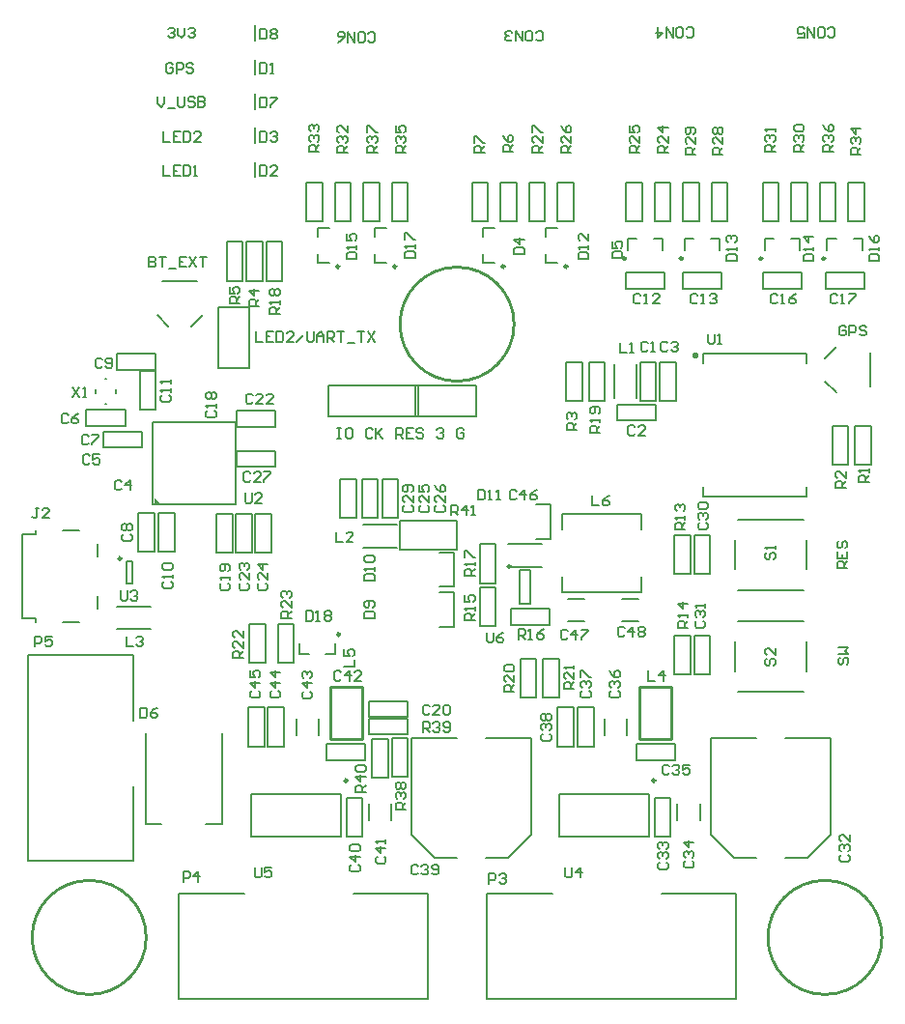
<source format=gto>
G04 Layer_Color=65535*
%FSLAX25Y25*%
%MOIN*%
G70*
G01*
G75*
%ADD47C,0.01000*%
%ADD49C,0.00600*%
%ADD53C,0.00700*%
%ADD76C,0.00984*%
%ADD77C,0.00787*%
%ADD78C,0.00591*%
G36*
X45098Y170370D02*
X43130D01*
X43130Y172339D01*
X45098Y170370D01*
D02*
G37*
D47*
X294291Y20669D02*
G03*
X294291Y20669I-19685J0D01*
G01*
X167323Y232283D02*
G03*
X167323Y232283I-19685J0D01*
G01*
X40354Y20669D02*
G03*
X40354Y20669I-19685J0D01*
G01*
X213150Y88976D02*
X221654D01*
Y107087D01*
X210630D02*
X221654D01*
X210630Y88976D02*
Y107087D01*
Y88976D02*
X213150D01*
X106260D02*
X114764D01*
Y107087D01*
X103740D02*
X114764D01*
X103740Y88976D02*
Y107087D01*
Y88976D02*
X106260D01*
X230315Y221063D02*
Y222229D01*
X229149D01*
Y221063D01*
X230315D01*
D49*
X22913Y209685D02*
X22913Y208425D01*
X26142Y204803D02*
X26614Y204803D01*
X29842Y208425D02*
X29842Y209685D01*
X26142Y213307D02*
X26614Y213307D01*
D53*
X78347Y229778D02*
Y226279D01*
X80679D01*
X84178Y229778D02*
X81845D01*
Y226279D01*
X84178D01*
X81845Y228029D02*
X83012D01*
X85344Y229778D02*
Y226279D01*
X87094D01*
X87677Y226863D01*
Y229195D01*
X87094Y229778D01*
X85344D01*
X91176Y226279D02*
X88843D01*
X91176Y228612D01*
Y229195D01*
X90592Y229778D01*
X89426D01*
X88843Y229195D01*
X92342Y226279D02*
X94674Y228612D01*
X95841Y229778D02*
Y226863D01*
X96424Y226279D01*
X97590D01*
X98173Y226863D01*
Y229778D01*
X99340Y226279D02*
Y228612D01*
X100506Y229778D01*
X101672Y228612D01*
Y226279D01*
Y228029D01*
X99340D01*
X102839Y226279D02*
Y229778D01*
X104588D01*
X105171Y229195D01*
Y228029D01*
X104588Y227446D01*
X102839D01*
X104005D02*
X105171Y226279D01*
X106337Y229778D02*
X108670D01*
X107504D01*
Y226279D01*
X109836Y225696D02*
X112169D01*
X113335Y229778D02*
X115668D01*
X114501D01*
Y226279D01*
X116834Y229778D02*
X119167Y226279D01*
Y229778D02*
X116834Y226279D01*
X229921Y290945D02*
X226422D01*
Y292694D01*
X227006Y293278D01*
X228172D01*
X228755Y292694D01*
Y290945D01*
Y292111D02*
X229921Y293278D01*
Y296776D02*
Y294444D01*
X227589Y296776D01*
X227006D01*
X226422Y296193D01*
Y295027D01*
X227006Y294444D01*
X229338Y297943D02*
X229921Y298526D01*
Y299692D01*
X229338Y300275D01*
X227006D01*
X226422Y299692D01*
Y298526D01*
X227006Y297943D01*
X227589D01*
X228172Y298526D01*
Y300275D01*
X239370Y290945D02*
X235871D01*
Y292694D01*
X236454Y293278D01*
X237621D01*
X238204Y292694D01*
Y290945D01*
Y292111D02*
X239370Y293278D01*
Y296776D02*
Y294444D01*
X237037Y296776D01*
X236454D01*
X235871Y296193D01*
Y295027D01*
X236454Y294444D01*
Y297943D02*
X235871Y298526D01*
Y299692D01*
X236454Y300275D01*
X237037D01*
X237621Y299692D01*
X238204Y300275D01*
X238787D01*
X239370Y299692D01*
Y298526D01*
X238787Y297943D01*
X238204D01*
X237621Y298526D01*
X237037Y297943D01*
X236454D01*
X237621Y298526D02*
Y299692D01*
X177165Y291339D02*
X173667D01*
Y293088D01*
X174250Y293671D01*
X175416D01*
X175999Y293088D01*
Y291339D01*
Y292505D02*
X177165Y293671D01*
Y297170D02*
Y294837D01*
X174833Y297170D01*
X174250D01*
X173667Y296587D01*
Y295421D01*
X174250Y294837D01*
X173667Y298336D02*
Y300669D01*
X174250D01*
X176582Y298336D01*
X177165D01*
X187008Y291339D02*
X183509D01*
Y293088D01*
X184092Y293671D01*
X185258D01*
X185842Y293088D01*
Y291339D01*
Y292505D02*
X187008Y293671D01*
Y297170D02*
Y294837D01*
X184675Y297170D01*
X184092D01*
X183509Y296587D01*
Y295421D01*
X184092Y294837D01*
X183509Y300669D02*
X184092Y299503D01*
X185258Y298336D01*
X186425D01*
X187008Y298920D01*
Y300086D01*
X186425Y300669D01*
X185842D01*
X185258Y300086D01*
Y298336D01*
X210630Y291339D02*
X207131D01*
Y293088D01*
X207714Y293671D01*
X208880D01*
X209464Y293088D01*
Y291339D01*
Y292505D02*
X210630Y293671D01*
Y297170D02*
Y294837D01*
X208297Y297170D01*
X207714D01*
X207131Y296587D01*
Y295421D01*
X207714Y294837D01*
X207131Y300669D02*
Y298336D01*
X208880D01*
X208297Y299503D01*
Y300086D01*
X208880Y300669D01*
X210047D01*
X210630Y300086D01*
Y298920D01*
X210047Y298336D01*
X220472Y291339D02*
X216974D01*
Y293088D01*
X217557Y293671D01*
X218723D01*
X219306Y293088D01*
Y291339D01*
Y292505D02*
X220472Y293671D01*
Y297170D02*
Y294837D01*
X218140Y297170D01*
X217557D01*
X216974Y296587D01*
Y295421D01*
X217557Y294837D01*
X220472Y300086D02*
X216974D01*
X218723Y298336D01*
Y300669D01*
X157087Y291339D02*
X153588D01*
Y293088D01*
X154171Y293671D01*
X155337D01*
X155920Y293088D01*
Y291339D01*
Y292505D02*
X157087Y293671D01*
X153588Y294837D02*
Y297170D01*
X154171D01*
X156503Y294837D01*
X157087D01*
X166929Y291732D02*
X163430D01*
Y293482D01*
X164013Y294065D01*
X165180D01*
X165763Y293482D01*
Y291732D01*
Y292899D02*
X166929Y294065D01*
X163430Y297564D02*
X164013Y296397D01*
X165180Y295231D01*
X166346D01*
X166929Y295814D01*
Y296981D01*
X166346Y297564D01*
X165763D01*
X165180Y296981D01*
Y295231D01*
X240596Y254134D02*
X244094D01*
Y255883D01*
X243511Y256466D01*
X241179D01*
X240596Y255883D01*
Y254134D01*
X244094Y257633D02*
Y258799D01*
Y258216D01*
X240596D01*
X241179Y257633D01*
Y260548D02*
X240596Y261132D01*
Y262298D01*
X241179Y262881D01*
X241762D01*
X242345Y262298D01*
Y261715D01*
Y262298D01*
X242928Y262881D01*
X243511D01*
X244094Y262298D01*
Y261132D01*
X243511Y260548D01*
X189415Y254724D02*
X192913D01*
Y256474D01*
X192330Y257057D01*
X189998D01*
X189415Y256474D01*
Y254724D01*
X192913Y258223D02*
Y259390D01*
Y258806D01*
X189415D01*
X189998Y258223D01*
X192913Y263472D02*
Y261139D01*
X190581Y263472D01*
X189998D01*
X189415Y262888D01*
Y261722D01*
X189998Y261139D01*
X201225Y255118D02*
X204724D01*
Y256868D01*
X204141Y257451D01*
X201809D01*
X201225Y256868D01*
Y255118D01*
Y260950D02*
Y258617D01*
X202975D01*
X202392Y259783D01*
Y260366D01*
X202975Y260950D01*
X204141D01*
X204724Y260366D01*
Y259200D01*
X204141Y258617D01*
X167367Y256299D02*
X170866D01*
Y258049D01*
X170283Y258632D01*
X167950D01*
X167367Y258049D01*
Y256299D01*
X170866Y261547D02*
X167367D01*
X169117Y259798D01*
Y262131D01*
X90551Y130905D02*
X87052D01*
Y132655D01*
X87635Y133238D01*
X88802D01*
X89385Y132655D01*
Y130905D01*
Y132072D02*
X90551Y133238D01*
Y136737D02*
Y134404D01*
X88219Y136737D01*
X87635D01*
X87052Y136154D01*
Y134987D01*
X87635Y134404D01*
Y137903D02*
X87052Y138486D01*
Y139653D01*
X87635Y140236D01*
X88219D01*
X88802Y139653D01*
Y139069D01*
Y139653D01*
X89385Y140236D01*
X89968D01*
X90551Y139653D01*
Y138486D01*
X89968Y137903D01*
X73819Y117126D02*
X70320D01*
Y118875D01*
X70903Y119459D01*
X72070D01*
X72653Y118875D01*
Y117126D01*
Y118292D02*
X73819Y119459D01*
Y122957D02*
Y120625D01*
X71486Y122957D01*
X70903D01*
X70320Y122374D01*
Y121208D01*
X70903Y120625D01*
X73819Y126456D02*
Y124124D01*
X71486Y126456D01*
X70903D01*
X70320Y125873D01*
Y124707D01*
X70903Y124124D01*
X187992Y106299D02*
X184493D01*
Y108049D01*
X185076Y108632D01*
X186243D01*
X186826Y108049D01*
Y106299D01*
Y107466D02*
X187992Y108632D01*
Y112131D02*
Y109798D01*
X185660Y112131D01*
X185076D01*
X184493Y111548D01*
Y110381D01*
X185076Y109798D01*
X187992Y113297D02*
Y114463D01*
Y113880D01*
X184493D01*
X185076Y113297D01*
X167323Y105315D02*
X163824D01*
Y107064D01*
X164407Y107648D01*
X165573D01*
X166156Y107064D01*
Y105315D01*
Y106481D02*
X167323Y107648D01*
Y111146D02*
Y108814D01*
X164990Y111146D01*
X164407D01*
X163824Y110563D01*
Y109397D01*
X164407Y108814D01*
Y112313D02*
X163824Y112896D01*
Y114062D01*
X164407Y114645D01*
X166740D01*
X167323Y114062D01*
Y112896D01*
X166740Y112313D01*
X164407D01*
X1969Y121063D02*
Y124562D01*
X3718D01*
X4301Y123979D01*
Y122812D01*
X3718Y122229D01*
X1969D01*
X7800Y124562D02*
X5467D01*
Y122812D01*
X6634Y123396D01*
X7217D01*
X7800Y122812D01*
Y121646D01*
X7217Y121063D01*
X6050D01*
X5467Y121646D01*
X53088Y39902D02*
Y43401D01*
X54838D01*
X55421Y42818D01*
Y41652D01*
X54838Y41069D01*
X53088D01*
X58336Y39902D02*
Y43401D01*
X56587Y41652D01*
X58920D01*
X158687Y39217D02*
Y42715D01*
X160437D01*
X161020Y42132D01*
Y40966D01*
X160437Y40383D01*
X158687D01*
X162186Y42132D02*
X162769Y42715D01*
X163936D01*
X164519Y42132D01*
Y41549D01*
X163936Y40966D01*
X163353D01*
X163936D01*
X164519Y40383D01*
Y39800D01*
X163936Y39217D01*
X162769D01*
X162186Y39800D01*
X213470Y225644D02*
X212886Y226227D01*
X211720D01*
X211137Y225644D01*
Y223311D01*
X211720Y222728D01*
X212886D01*
X213470Y223311D01*
X214636Y222728D02*
X215802D01*
X215219D01*
Y226227D01*
X214636Y225644D01*
X209026Y196813D02*
X208442Y197397D01*
X207276D01*
X206693Y196813D01*
Y194481D01*
X207276Y193898D01*
X208442D01*
X209026Y194481D01*
X212524Y193898D02*
X210192D01*
X212524Y196230D01*
Y196813D01*
X211941Y197397D01*
X210775D01*
X210192Y196813D01*
X220370Y225644D02*
X219786Y226227D01*
X218620D01*
X218037Y225644D01*
Y223311D01*
X218620Y222728D01*
X219786D01*
X220370Y223311D01*
X221536Y225644D02*
X222119Y226227D01*
X223285D01*
X223868Y225644D01*
Y225061D01*
X223285Y224478D01*
X222702D01*
X223285D01*
X223868Y223895D01*
Y223311D01*
X223285Y222728D01*
X222119D01*
X221536Y223311D01*
X13433Y200916D02*
X12849Y201499D01*
X11683D01*
X11100Y200916D01*
Y198583D01*
X11683Y198000D01*
X12849D01*
X13433Y198583D01*
X16931Y201499D02*
X15765Y200916D01*
X14599Y199749D01*
Y198583D01*
X15182Y198000D01*
X16348D01*
X16931Y198583D01*
Y199166D01*
X16348Y199749D01*
X14599D01*
X25233Y220016D02*
X24649Y220599D01*
X23483D01*
X22900Y220016D01*
Y217683D01*
X23483Y217100D01*
X24649D01*
X25233Y217683D01*
X26399D02*
X26982Y217100D01*
X28148D01*
X28732Y217683D01*
Y220016D01*
X28148Y220599D01*
X26982D01*
X26399Y220016D01*
Y219433D01*
X26982Y218849D01*
X28732D01*
X46494Y143474D02*
X45911Y142891D01*
Y141725D01*
X46494Y141142D01*
X48826D01*
X49409Y141725D01*
Y142891D01*
X48826Y143474D01*
X49409Y144641D02*
Y145807D01*
Y145224D01*
X45911D01*
X46494Y144641D01*
Y147556D02*
X45911Y148140D01*
Y149306D01*
X46494Y149889D01*
X48826D01*
X49409Y149306D01*
Y148140D01*
X48826Y147556D01*
X46494D01*
X45884Y207733D02*
X45301Y207149D01*
Y205983D01*
X45884Y205400D01*
X48217D01*
X48800Y205983D01*
Y207149D01*
X48217Y207733D01*
X48800Y208899D02*
Y210065D01*
Y209482D01*
X45301D01*
X45884Y208899D01*
X48800Y211815D02*
Y212981D01*
Y212398D01*
X45301D01*
X45884Y211815D01*
X66376Y142884D02*
X65793Y142301D01*
Y141134D01*
X66376Y140551D01*
X68708D01*
X69291Y141134D01*
Y142301D01*
X68708Y142884D01*
X69291Y144050D02*
Y145216D01*
Y144633D01*
X65793D01*
X66376Y144050D01*
X68708Y146966D02*
X69291Y147549D01*
Y148715D01*
X68708Y149298D01*
X66376D01*
X65793Y148715D01*
Y147549D01*
X66376Y146966D01*
X66959D01*
X67542Y147549D01*
Y149298D01*
X77136Y207640D02*
X76553Y208223D01*
X75386D01*
X74803Y207640D01*
Y205308D01*
X75386Y204724D01*
X76553D01*
X77136Y205308D01*
X80635Y204724D02*
X78302D01*
X80635Y207057D01*
Y207640D01*
X80051Y208223D01*
X78885D01*
X78302Y207640D01*
X84133Y204724D02*
X81801D01*
X84133Y207057D01*
Y207640D01*
X83550Y208223D01*
X82384D01*
X81801Y207640D01*
X73068Y142884D02*
X72485Y142301D01*
Y141134D01*
X73068Y140551D01*
X75401D01*
X75984Y141134D01*
Y142301D01*
X75401Y142884D01*
X75984Y146383D02*
Y144050D01*
X73652Y146383D01*
X73068D01*
X72485Y145800D01*
Y144633D01*
X73068Y144050D01*
Y147549D02*
X72485Y148132D01*
Y149298D01*
X73068Y149881D01*
X73652D01*
X74235Y149298D01*
Y148715D01*
Y149298D01*
X74818Y149881D01*
X75401D01*
X75984Y149298D01*
Y148132D01*
X75401Y147549D01*
X79368Y142884D02*
X78785Y142301D01*
Y141134D01*
X79368Y140551D01*
X81700D01*
X82284Y141134D01*
Y142301D01*
X81700Y142884D01*
X82284Y146383D02*
Y144050D01*
X79951Y146383D01*
X79368D01*
X78785Y145800D01*
Y144633D01*
X79368Y144050D01*
X82284Y149298D02*
X78785D01*
X80534Y147549D01*
Y149881D01*
X135076Y169655D02*
X134493Y169072D01*
Y167906D01*
X135076Y167323D01*
X137409D01*
X137992Y167906D01*
Y169072D01*
X137409Y169655D01*
X137992Y173154D02*
Y170822D01*
X135660Y173154D01*
X135076D01*
X134493Y172571D01*
Y171405D01*
X135076Y170822D01*
X134493Y176653D02*
Y174321D01*
X136243D01*
X135660Y175487D01*
Y176070D01*
X136243Y176653D01*
X137409D01*
X137992Y176070D01*
Y174904D01*
X137409Y174321D01*
X140588Y169655D02*
X140005Y169072D01*
Y167906D01*
X140588Y167323D01*
X142921D01*
X143504Y167906D01*
Y169072D01*
X142921Y169655D01*
X143504Y173154D02*
Y170822D01*
X141171Y173154D01*
X140588D01*
X140005Y172571D01*
Y171405D01*
X140588Y170822D01*
X140005Y176653D02*
X140588Y175487D01*
X141754Y174321D01*
X142921D01*
X143504Y174904D01*
Y176070D01*
X142921Y176653D01*
X142338D01*
X141754Y176070D01*
Y174321D01*
X76329Y180774D02*
X75745Y181357D01*
X74579D01*
X73996Y180774D01*
Y178441D01*
X74579Y177858D01*
X75745D01*
X76329Y178441D01*
X79827Y177858D02*
X77495D01*
X79827Y180191D01*
Y180774D01*
X79244Y181357D01*
X78078D01*
X77495Y180774D01*
X80994Y181357D02*
X83326D01*
Y180774D01*
X80994Y178441D01*
Y177858D01*
X129565Y169655D02*
X128981Y169072D01*
Y167906D01*
X129565Y167323D01*
X131897D01*
X132480Y167906D01*
Y169072D01*
X131897Y169655D01*
X132480Y173154D02*
Y170822D01*
X130148Y173154D01*
X129565D01*
X128981Y172571D01*
Y171405D01*
X129565Y170822D01*
X131897Y174321D02*
X132480Y174904D01*
Y176070D01*
X131897Y176653D01*
X129565D01*
X128981Y176070D01*
Y174904D01*
X129565Y174321D01*
X130148D01*
X130731Y174904D01*
Y176653D01*
X231336Y163750D02*
X230753Y163167D01*
Y162001D01*
X231336Y161417D01*
X233669D01*
X234252Y162001D01*
Y163167D01*
X233669Y163750D01*
X231336Y164916D02*
X230753Y165499D01*
Y166666D01*
X231336Y167249D01*
X231919D01*
X232503Y166666D01*
Y166083D01*
Y166666D01*
X233086Y167249D01*
X233669D01*
X234252Y166666D01*
Y165499D01*
X233669Y164916D01*
X231336Y168415D02*
X230753Y168998D01*
Y170165D01*
X231336Y170748D01*
X233669D01*
X234252Y170165D01*
Y168998D01*
X233669Y168415D01*
X231336D01*
X280155Y49183D02*
X279572Y48600D01*
Y47434D01*
X280155Y46850D01*
X282488D01*
X283071Y47434D01*
Y48600D01*
X282488Y49183D01*
X280155Y50349D02*
X279572Y50932D01*
Y52099D01*
X280155Y52682D01*
X280738D01*
X281321Y52099D01*
Y51516D01*
Y52099D01*
X281905Y52682D01*
X282488D01*
X283071Y52099D01*
Y50932D01*
X282488Y50349D01*
X283071Y56181D02*
Y53848D01*
X280738Y56181D01*
X280155D01*
X279572Y55598D01*
Y54431D01*
X280155Y53848D01*
X217557Y46624D02*
X216974Y46041D01*
Y44875D01*
X217557Y44291D01*
X219889D01*
X220472Y44875D01*
Y46041D01*
X219889Y46624D01*
X217557Y47790D02*
X216974Y48373D01*
Y49540D01*
X217557Y50123D01*
X218140D01*
X218723Y49540D01*
Y48957D01*
Y49540D01*
X219306Y50123D01*
X219889D01*
X220472Y49540D01*
Y48373D01*
X219889Y47790D01*
X217557Y51289D02*
X216974Y51872D01*
Y53039D01*
X217557Y53622D01*
X218140D01*
X218723Y53039D01*
Y52455D01*
Y53039D01*
X219306Y53622D01*
X219889D01*
X220472Y53039D01*
Y51872D01*
X219889Y51289D01*
X226415Y47018D02*
X225832Y46435D01*
Y45268D01*
X226415Y44685D01*
X228748D01*
X229331Y45268D01*
Y46435D01*
X228748Y47018D01*
X226415Y48184D02*
X225832Y48767D01*
Y49933D01*
X226415Y50516D01*
X226998D01*
X227581Y49933D01*
Y49350D01*
Y49933D01*
X228164Y50516D01*
X228748D01*
X229331Y49933D01*
Y48767D01*
X228748Y48184D01*
X229331Y53432D02*
X225832D01*
X227581Y51683D01*
Y54015D01*
X220836Y79687D02*
X220253Y80270D01*
X219087D01*
X218504Y79687D01*
Y77355D01*
X219087Y76772D01*
X220253D01*
X220836Y77355D01*
X222003Y79687D02*
X222586Y80270D01*
X223752D01*
X224335Y79687D01*
Y79104D01*
X223752Y78521D01*
X223169D01*
X223752D01*
X224335Y77938D01*
Y77355D01*
X223752Y76772D01*
X222586D01*
X222003Y77355D01*
X227834Y80270D02*
X225502D01*
Y78521D01*
X226668Y79104D01*
X227251D01*
X227834Y78521D01*
Y77355D01*
X227251Y76772D01*
X226085D01*
X225502Y77355D01*
X200824Y105679D02*
X200241Y105096D01*
Y103930D01*
X200824Y103347D01*
X203157D01*
X203740Y103930D01*
Y105096D01*
X203157Y105679D01*
X200824Y106845D02*
X200241Y107429D01*
Y108595D01*
X200824Y109178D01*
X201408D01*
X201991Y108595D01*
Y108012D01*
Y108595D01*
X202574Y109178D01*
X203157D01*
X203740Y108595D01*
Y107429D01*
X203157Y106845D01*
X200241Y112677D02*
X200824Y111511D01*
X201991Y110344D01*
X203157D01*
X203740Y110927D01*
Y112094D01*
X203157Y112677D01*
X202574D01*
X201991Y112094D01*
Y110344D01*
X190982Y105679D02*
X190399Y105096D01*
Y103930D01*
X190982Y103347D01*
X193315D01*
X193898Y103930D01*
Y105096D01*
X193315Y105679D01*
X190982Y106845D02*
X190399Y107429D01*
Y108595D01*
X190982Y109178D01*
X191565D01*
X192148Y108595D01*
Y108012D01*
Y108595D01*
X192731Y109178D01*
X193315D01*
X193898Y108595D01*
Y107429D01*
X193315Y106845D01*
X190399Y110344D02*
Y112677D01*
X190982D01*
X193315Y110344D01*
X193898D01*
X177202Y90915D02*
X176619Y90332D01*
Y89166D01*
X177202Y88583D01*
X179535D01*
X180118Y89166D01*
Y90332D01*
X179535Y90915D01*
X177202Y92082D02*
X176619Y92665D01*
Y93831D01*
X177202Y94414D01*
X177786D01*
X178369Y93831D01*
Y93248D01*
Y93831D01*
X178952Y94414D01*
X179535D01*
X180118Y93831D01*
Y92665D01*
X179535Y92082D01*
X177202Y95580D02*
X176619Y96164D01*
Y97330D01*
X177202Y97913D01*
X177786D01*
X178369Y97330D01*
X178952Y97913D01*
X179535D01*
X180118Y97330D01*
Y96164D01*
X179535Y95580D01*
X178952D01*
X178369Y96164D01*
X177786Y95580D01*
X177202D01*
X178369Y96164D02*
Y97330D01*
X134222Y45239D02*
X133639Y45822D01*
X132473D01*
X131890Y45239D01*
Y42906D01*
X132473Y42323D01*
X133639D01*
X134222Y42906D01*
X135389Y45239D02*
X135972Y45822D01*
X137138D01*
X137721Y45239D01*
Y44655D01*
X137138Y44072D01*
X136555D01*
X137138D01*
X137721Y43489D01*
Y42906D01*
X137138Y42323D01*
X135972D01*
X135389Y42906D01*
X138888D02*
X139471Y42323D01*
X140637D01*
X141220Y42906D01*
Y45239D01*
X140637Y45822D01*
X139471D01*
X138888Y45239D01*
Y44655D01*
X139471Y44072D01*
X141220D01*
X111258Y45640D02*
X110674Y45057D01*
Y43890D01*
X111258Y43307D01*
X113590D01*
X114173Y43890D01*
Y45057D01*
X113590Y45640D01*
X114173Y48555D02*
X110674D01*
X112424Y46806D01*
Y49139D01*
X111258Y50305D02*
X110674Y50888D01*
Y52054D01*
X111258Y52637D01*
X113590D01*
X114173Y52054D01*
Y50888D01*
X113590Y50305D01*
X111258D01*
X120116Y48592D02*
X119533Y48009D01*
Y46843D01*
X120116Y46260D01*
X122448D01*
X123031Y46843D01*
Y48009D01*
X122448Y48592D01*
X123031Y51508D02*
X119533D01*
X121282Y49759D01*
Y52091D01*
X123031Y53258D02*
Y54424D01*
Y53841D01*
X119533D01*
X120116Y53258D01*
X107648Y112168D02*
X107064Y112751D01*
X105898D01*
X105315Y112168D01*
Y109835D01*
X105898Y109252D01*
X107064D01*
X107648Y109835D01*
X110563Y109252D02*
Y112751D01*
X108814Y111001D01*
X111146D01*
X114645Y109252D02*
X112313D01*
X114645Y111584D01*
Y112168D01*
X114062Y112751D01*
X112896D01*
X112313Y112168D01*
X94722Y105482D02*
X94139Y104899D01*
Y103733D01*
X94722Y103150D01*
X97055D01*
X97638Y103733D01*
Y104899D01*
X97055Y105482D01*
X97638Y108398D02*
X94139D01*
X95888Y106649D01*
Y108981D01*
X94722Y110147D02*
X94139Y110731D01*
Y111897D01*
X94722Y112480D01*
X95305D01*
X95888Y111897D01*
Y111314D01*
Y111897D01*
X96472Y112480D01*
X97055D01*
X97638Y111897D01*
Y110731D01*
X97055Y110147D01*
X83698Y105679D02*
X83115Y105096D01*
Y103930D01*
X83698Y103347D01*
X86031D01*
X86614Y103930D01*
Y105096D01*
X86031Y105679D01*
X86614Y108595D02*
X83115D01*
X84865Y106845D01*
Y109178D01*
X86614Y112094D02*
X83115D01*
X84865Y110344D01*
Y112677D01*
X76809Y105679D02*
X76226Y105096D01*
Y103930D01*
X76809Y103347D01*
X79141D01*
X79724Y103930D01*
Y105096D01*
X79141Y105679D01*
X79724Y108595D02*
X76226D01*
X77975Y106845D01*
Y109178D01*
X76226Y112677D02*
Y110344D01*
X77975D01*
X77392Y111511D01*
Y112094D01*
X77975Y112677D01*
X79141D01*
X79724Y112094D01*
Y110927D01*
X79141Y110344D01*
X168081Y174569D02*
X167498Y175152D01*
X166331D01*
X165748Y174569D01*
Y172237D01*
X166331Y171653D01*
X167498D01*
X168081Y172237D01*
X170996Y171653D02*
Y175152D01*
X169247Y173403D01*
X171580D01*
X175078Y175152D02*
X173912Y174569D01*
X172746Y173403D01*
Y172237D01*
X173329Y171653D01*
X174495D01*
X175078Y172237D01*
Y172820D01*
X174495Y173403D01*
X172746D01*
X185797Y126341D02*
X185214Y126924D01*
X184048D01*
X183465Y126341D01*
Y124008D01*
X184048Y123425D01*
X185214D01*
X185797Y124008D01*
X188713Y123425D02*
Y126924D01*
X186963Y125175D01*
X189296D01*
X190462Y126924D02*
X192795D01*
Y126341D01*
X190462Y124008D01*
Y123425D01*
X205482Y127325D02*
X204899Y127908D01*
X203733D01*
X203150Y127325D01*
Y124993D01*
X203733Y124409D01*
X204899D01*
X205482Y124993D01*
X208398Y124409D02*
Y127908D01*
X206648Y126159D01*
X208981D01*
X210147Y127325D02*
X210731Y127908D01*
X211897D01*
X212480Y127325D01*
Y126742D01*
X211897Y126159D01*
X212480Y125576D01*
Y124993D01*
X211897Y124409D01*
X210731D01*
X210147Y124993D01*
Y125576D01*
X210731Y126159D01*
X210147Y126742D01*
Y127325D01*
X210731Y126159D02*
X211897D01*
X230352Y129892D02*
X229769Y129308D01*
Y128142D01*
X230352Y127559D01*
X232685D01*
X233268Y128142D01*
Y129308D01*
X232685Y129892D01*
X230352Y131058D02*
X229769Y131641D01*
Y132807D01*
X230352Y133390D01*
X230935D01*
X231518Y132807D01*
Y132224D01*
Y132807D01*
X232101Y133390D01*
X232685D01*
X233268Y132807D01*
Y131641D01*
X232685Y131058D01*
X233268Y134557D02*
Y135723D01*
Y135140D01*
X229769D01*
X230352Y134557D01*
X281860Y231262D02*
X281277Y231845D01*
X280111D01*
X279528Y231262D01*
Y228930D01*
X280111Y228346D01*
X281277D01*
X281860Y228930D01*
Y230096D01*
X280694D01*
X283026Y228346D02*
Y231845D01*
X284776D01*
X285359Y231262D01*
Y230096D01*
X284776Y229513D01*
X283026D01*
X288858Y231262D02*
X288275Y231845D01*
X287108D01*
X286525Y231262D01*
Y230679D01*
X287108Y230096D01*
X288275D01*
X288858Y229513D01*
Y228930D01*
X288275Y228346D01*
X287108D01*
X286525Y228930D01*
X41339Y255467D02*
Y251969D01*
X43088D01*
X43671Y252552D01*
Y253135D01*
X43088Y253718D01*
X41339D01*
X43088D01*
X43671Y254301D01*
Y254884D01*
X43088Y255467D01*
X41339D01*
X44837D02*
X47170D01*
X46004D01*
Y251969D01*
X48336Y251385D02*
X50669D01*
X54168Y255467D02*
X51835D01*
Y251969D01*
X54168D01*
X51835Y253718D02*
X53001D01*
X55334Y255467D02*
X57667Y251969D01*
Y255467D02*
X55334Y251969D01*
X58833Y255467D02*
X61165D01*
X59999D01*
Y251969D01*
X49577Y321813D02*
X48994Y322396D01*
X47827D01*
X47244Y321813D01*
Y319481D01*
X47827Y318898D01*
X48994D01*
X49577Y319481D01*
Y320647D01*
X48410D01*
X50743Y318898D02*
Y322396D01*
X52492D01*
X53075Y321813D01*
Y320647D01*
X52492Y320064D01*
X50743D01*
X56574Y321813D02*
X55991Y322396D01*
X54825D01*
X54242Y321813D01*
Y321230D01*
X54825Y320647D01*
X55991D01*
X56574Y320064D01*
Y319481D01*
X55991Y318898D01*
X54825D01*
X54242Y319481D01*
X79724Y322396D02*
Y318898D01*
X81474D01*
X82057Y319481D01*
Y321813D01*
X81474Y322396D01*
X79724D01*
X83223Y318898D02*
X84390D01*
X83806D01*
Y322396D01*
X83223Y321813D01*
X115596Y130905D02*
X119095D01*
Y132655D01*
X118511Y133238D01*
X116179D01*
X115596Y132655D01*
Y130905D01*
X118511Y134404D02*
X119095Y134987D01*
Y136154D01*
X118511Y136737D01*
X116179D01*
X115596Y136154D01*
Y134987D01*
X116179Y134404D01*
X116762D01*
X117345Y134987D01*
Y136737D01*
X115596Y143701D02*
X119095D01*
Y145450D01*
X118511Y146033D01*
X116179D01*
X115596Y145450D01*
Y143701D01*
X119095Y147200D02*
Y148366D01*
Y147783D01*
X115596D01*
X116179Y147200D01*
Y150115D02*
X115596Y150698D01*
Y151865D01*
X116179Y152448D01*
X118511D01*
X119095Y151865D01*
Y150698D01*
X118511Y150115D01*
X116179D01*
X154921Y175152D02*
Y171653D01*
X156671D01*
X157254Y172237D01*
Y174569D01*
X156671Y175152D01*
X154921D01*
X158420Y171653D02*
X159586D01*
X159003D01*
Y175152D01*
X158420Y174569D01*
X161336Y171653D02*
X162502D01*
X161919D01*
Y175152D01*
X161336Y174569D01*
X46260Y286963D02*
Y283465D01*
X48592D01*
X52091Y286963D02*
X49759D01*
Y283465D01*
X52091D01*
X49759Y285214D02*
X50925D01*
X53258Y286963D02*
Y283465D01*
X55007D01*
X55590Y284048D01*
Y286380D01*
X55007Y286963D01*
X53258D01*
X56756Y283465D02*
X57923D01*
X57340D01*
Y286963D01*
X56756Y286380D01*
X79724Y286963D02*
Y283465D01*
X81474D01*
X82057Y284048D01*
Y286380D01*
X81474Y286963D01*
X79724D01*
X85556Y283465D02*
X83223D01*
X85556Y285797D01*
Y286380D01*
X84973Y286963D01*
X83806D01*
X83223Y286380D01*
X46260Y298775D02*
Y295276D01*
X48592D01*
X52091Y298775D02*
X49759D01*
Y295276D01*
X52091D01*
X49759Y297025D02*
X50925D01*
X53258Y298775D02*
Y295276D01*
X55007D01*
X55590Y295859D01*
Y298191D01*
X55007Y298775D01*
X53258D01*
X59089Y295276D02*
X56756D01*
X59089Y297608D01*
Y298191D01*
X58506Y298775D01*
X57340D01*
X56756Y298191D01*
X79724Y298774D02*
Y295276D01*
X81474D01*
X82057Y295859D01*
Y298191D01*
X81474Y298774D01*
X79724D01*
X83223Y298191D02*
X83806Y298774D01*
X84973D01*
X85556Y298191D01*
Y297608D01*
X84973Y297025D01*
X84390D01*
X84973D01*
X85556Y296442D01*
Y295859D01*
X84973Y295276D01*
X83806D01*
X83223Y295859D01*
X44291Y310782D02*
Y308450D01*
X45458Y307283D01*
X46624Y308450D01*
Y310782D01*
X47790Y306700D02*
X50123D01*
X51289Y310782D02*
Y307867D01*
X51872Y307283D01*
X53039D01*
X53622Y307867D01*
Y310782D01*
X57121Y310199D02*
X56537Y310782D01*
X55371D01*
X54788Y310199D01*
Y309616D01*
X55371Y309033D01*
X56537D01*
X57121Y308450D01*
Y307867D01*
X56537Y307283D01*
X55371D01*
X54788Y307867D01*
X58287Y310782D02*
Y307283D01*
X60036D01*
X60619Y307867D01*
Y308450D01*
X60036Y309033D01*
X58287D01*
X60036D01*
X60619Y309616D01*
Y310199D01*
X60036Y310782D01*
X58287D01*
X79724Y310585D02*
Y307087D01*
X81474D01*
X82057Y307670D01*
Y310002D01*
X81474Y310585D01*
X79724D01*
X83223D02*
X85556D01*
Y310002D01*
X83223Y307670D01*
Y307087D01*
X47835Y334018D02*
X48418Y334601D01*
X49584D01*
X50167Y334018D01*
Y333435D01*
X49584Y332852D01*
X49001D01*
X49584D01*
X50167Y332269D01*
Y331685D01*
X49584Y331102D01*
X48418D01*
X47835Y331685D01*
X51333Y334601D02*
Y332269D01*
X52500Y331102D01*
X53666Y332269D01*
Y334601D01*
X54832Y334018D02*
X55415Y334601D01*
X56582D01*
X57165Y334018D01*
Y333435D01*
X56582Y332852D01*
X55999D01*
X56582D01*
X57165Y332269D01*
Y331685D01*
X56582Y331102D01*
X55415D01*
X54832Y331685D01*
X79724Y334208D02*
Y330709D01*
X81474D01*
X82057Y331292D01*
Y333624D01*
X81474Y334208D01*
X79724D01*
X83223Y333624D02*
X83806Y334208D01*
X84973D01*
X85556Y333624D01*
Y333041D01*
X84973Y332458D01*
X85556Y331875D01*
Y331292D01*
X84973Y330709D01*
X83806D01*
X83223Y331292D01*
Y331875D01*
X83806Y332458D01*
X83223Y333041D01*
Y333624D01*
X83806Y332458D02*
X84973D01*
X38386Y99956D02*
Y96457D01*
X40135D01*
X40718Y97040D01*
Y99372D01*
X40135Y99956D01*
X38386D01*
X44217D02*
X43051Y99372D01*
X41885Y98206D01*
Y97040D01*
X42468Y96457D01*
X43634D01*
X44217Y97040D01*
Y97623D01*
X43634Y98206D01*
X41885D01*
X3317Y168853D02*
X2151D01*
X2734D01*
Y165937D01*
X2151Y165354D01*
X1567D01*
X984Y165937D01*
X6816Y165354D02*
X4483D01*
X6816Y167687D01*
Y168270D01*
X6233Y168853D01*
X5066D01*
X4483Y168270D01*
X203740Y225940D02*
Y222441D01*
X206073D01*
X207239D02*
X208405D01*
X207822D01*
Y225940D01*
X207239Y225357D01*
X213583Y112751D02*
Y109252D01*
X215915D01*
X218831D02*
Y112751D01*
X217082Y111001D01*
X219414D01*
X108706Y114173D02*
X112205D01*
Y116506D01*
X108706Y120005D02*
Y117672D01*
X110455D01*
X109872Y118838D01*
Y119422D01*
X110455Y120005D01*
X111622D01*
X112205Y119422D01*
Y118255D01*
X111622Y117672D01*
X194291Y173184D02*
Y169685D01*
X196624D01*
X200123Y173184D02*
X198957Y172601D01*
X197790Y171434D01*
Y170268D01*
X198373Y169685D01*
X199540D01*
X200123Y170268D01*
Y170851D01*
X199540Y171434D01*
X197790D01*
X226378Y161417D02*
X222879D01*
Y163167D01*
X223462Y163750D01*
X224628D01*
X225212Y163167D01*
Y161417D01*
Y162584D02*
X226378Y163750D01*
Y164916D02*
Y166083D01*
Y165499D01*
X222879D01*
X223462Y164916D01*
Y167832D02*
X222879Y168415D01*
Y169581D01*
X223462Y170165D01*
X224045D01*
X224628Y169581D01*
Y168998D01*
Y169581D01*
X225212Y170165D01*
X225795D01*
X226378Y169581D01*
Y168415D01*
X225795Y167832D01*
X153740Y130118D02*
X150241D01*
Y131868D01*
X150824Y132451D01*
X151991D01*
X152574Y131868D01*
Y130118D01*
Y131284D02*
X153740Y132451D01*
Y133617D02*
Y134783D01*
Y134200D01*
X150241D01*
X150824Y133617D01*
X150241Y138865D02*
Y136533D01*
X151991D01*
X151408Y137699D01*
Y138282D01*
X151991Y138865D01*
X153157D01*
X153740Y138282D01*
Y137116D01*
X153157Y136533D01*
X168898Y123622D02*
Y127121D01*
X170647D01*
X171230Y126538D01*
Y125372D01*
X170647Y124788D01*
X168898D01*
X170064D02*
X171230Y123622D01*
X172397D02*
X173563D01*
X172980D01*
Y127121D01*
X172397Y126538D01*
X177645Y127121D02*
X176479Y126538D01*
X175312Y125372D01*
Y124205D01*
X175895Y123622D01*
X177062D01*
X177645Y124205D01*
Y124788D01*
X177062Y125372D01*
X175312D01*
X153740Y145472D02*
X150241D01*
Y147222D01*
X150824Y147805D01*
X151991D01*
X152574Y147222D01*
Y145472D01*
Y146639D02*
X153740Y147805D01*
Y148971D02*
Y150138D01*
Y149554D01*
X150241D01*
X150824Y148971D01*
X150241Y151887D02*
Y154220D01*
X150824D01*
X153157Y151887D01*
X153740D01*
X79331Y238583D02*
X75832D01*
Y240332D01*
X76415Y240915D01*
X77581D01*
X78164Y240332D01*
Y238583D01*
Y239749D02*
X79331Y240915D01*
Y243831D02*
X75832D01*
X77581Y242082D01*
Y244414D01*
X72638Y239370D02*
X69139D01*
Y241120D01*
X69722Y241703D01*
X70888D01*
X71472Y241120D01*
Y239370D01*
Y240536D02*
X72638Y241703D01*
X69139Y245201D02*
Y242869D01*
X70888D01*
X70305Y244035D01*
Y244618D01*
X70888Y245201D01*
X72055D01*
X72638Y244618D01*
Y243452D01*
X72055Y242869D01*
X227362Y127559D02*
X223863D01*
Y129308D01*
X224447Y129892D01*
X225613D01*
X226196Y129308D01*
Y127559D01*
Y128725D02*
X227362Y129892D01*
Y131058D02*
Y132224D01*
Y131641D01*
X223863D01*
X224447Y131058D01*
X227362Y135723D02*
X223863D01*
X225613Y133974D01*
Y136306D01*
X282283Y148031D02*
X278785D01*
Y149781D01*
X279368Y150364D01*
X280534D01*
X281117Y149781D01*
Y148031D01*
Y149198D02*
X282283Y150364D01*
X278785Y153863D02*
Y151530D01*
X282283D01*
Y153863D01*
X280534Y151530D02*
Y152697D01*
X279368Y157362D02*
X278785Y156779D01*
Y155612D01*
X279368Y155029D01*
X279951D01*
X280534Y155612D01*
Y156779D01*
X281117Y157362D01*
X281700D01*
X282283Y156779D01*
Y155612D01*
X281700Y155029D01*
X254565Y153514D02*
X253981Y152930D01*
Y151764D01*
X254565Y151181D01*
X255148D01*
X255731Y151764D01*
Y152930D01*
X256314Y153514D01*
X256897D01*
X257480Y152930D01*
Y151764D01*
X256897Y151181D01*
X257480Y154680D02*
Y155846D01*
Y155263D01*
X253981D01*
X254565Y154680D01*
X279762Y117293D02*
X279178Y116710D01*
Y115544D01*
X279762Y114961D01*
X280345D01*
X280928Y115544D01*
Y116710D01*
X281511Y117293D01*
X282094D01*
X282677Y116710D01*
Y115544D01*
X282094Y114961D01*
X279178Y118459D02*
X282677D01*
X281511Y119626D01*
X282677Y120792D01*
X279178D01*
X254565Y116900D02*
X253981Y116316D01*
Y115150D01*
X254565Y114567D01*
X255148D01*
X255731Y115150D01*
Y116316D01*
X256314Y116900D01*
X256897D01*
X257480Y116316D01*
Y115150D01*
X256897Y114567D01*
X257480Y120398D02*
Y118066D01*
X255148Y120398D01*
X254565D01*
X253981Y119815D01*
Y118649D01*
X254565Y118066D01*
X234221Y228926D02*
Y226011D01*
X234804Y225428D01*
X235970D01*
X236553Y226011D01*
Y228926D01*
X237719Y225428D02*
X238886D01*
X238302D01*
Y228926D01*
X237719Y228343D01*
X31496Y140310D02*
Y137394D01*
X32079Y136811D01*
X33246D01*
X33829Y137394D01*
Y140310D01*
X34995Y139727D02*
X35578Y140310D01*
X36744D01*
X37328Y139727D01*
Y139144D01*
X36744Y138560D01*
X36161D01*
X36744D01*
X37328Y137977D01*
Y137394D01*
X36744Y136811D01*
X35578D01*
X34995Y137394D01*
X185039Y44837D02*
Y41922D01*
X185623Y41339D01*
X186789D01*
X187372Y41922D01*
Y44837D01*
X190288Y41339D02*
Y44837D01*
X188538Y43088D01*
X190871D01*
X77756Y44837D02*
Y41922D01*
X78339Y41339D01*
X79505D01*
X80089Y41922D01*
Y44837D01*
X83587D02*
X81255D01*
Y43088D01*
X82421Y43671D01*
X83004D01*
X83587Y43088D01*
Y41922D01*
X83004Y41339D01*
X81838D01*
X81255Y41922D01*
X157874Y125940D02*
Y123024D01*
X158457Y122441D01*
X159623D01*
X160207Y123024D01*
Y125940D01*
X163706D02*
X162539Y125357D01*
X161373Y124190D01*
Y123024D01*
X161956Y122441D01*
X163122D01*
X163706Y123024D01*
Y123607D01*
X163122Y124190D01*
X161373D01*
X31860Y177916D02*
X31277Y178499D01*
X30111D01*
X29528Y177916D01*
Y175583D01*
X30111Y175000D01*
X31277D01*
X31860Y175583D01*
X34776Y175000D02*
Y178499D01*
X33026Y176749D01*
X35359D01*
X20836Y186774D02*
X20253Y187357D01*
X19087D01*
X18504Y186774D01*
Y184441D01*
X19087Y183858D01*
X20253D01*
X20836Y184441D01*
X24335Y187357D02*
X22003D01*
Y185608D01*
X23169Y186191D01*
X23752D01*
X24335Y185608D01*
Y184441D01*
X23752Y183858D01*
X22586D01*
X22003Y184441D01*
X20423Y193569D02*
X19840Y194152D01*
X18674D01*
X18090Y193569D01*
Y191237D01*
X18674Y190654D01*
X19840D01*
X20423Y191237D01*
X21589Y194152D02*
X23922D01*
Y193569D01*
X21589Y191237D01*
Y190654D01*
X15000Y210599D02*
X17333Y207100D01*
Y210599D02*
X15000Y207100D01*
X18499D02*
X19665D01*
X19082D01*
Y210599D01*
X18499Y210016D01*
X32517Y159813D02*
X31934Y159230D01*
Y158063D01*
X32517Y157480D01*
X34850D01*
X35433Y158063D01*
Y159230D01*
X34850Y159813D01*
X32517Y160979D02*
X31934Y161562D01*
Y162729D01*
X32517Y163312D01*
X33101D01*
X33684Y162729D01*
X34267Y163312D01*
X34850D01*
X35433Y162729D01*
Y161562D01*
X34850Y160979D01*
X34267D01*
X33684Y161562D01*
X33101Y160979D01*
X32517D01*
X33684Y161562D02*
Y162729D01*
X61651Y202333D02*
X61068Y201749D01*
Y200583D01*
X61651Y200000D01*
X63984D01*
X64567Y200583D01*
Y201749D01*
X63984Y202333D01*
X64567Y203499D02*
Y204665D01*
Y204082D01*
X61068D01*
X61651Y203499D01*
Y206415D02*
X61068Y206998D01*
Y208164D01*
X61651Y208747D01*
X62234D01*
X62818Y208164D01*
X63401Y208747D01*
X63984D01*
X64567Y208164D01*
Y206998D01*
X63984Y206415D01*
X63401D01*
X62818Y206998D01*
X62234Y206415D01*
X61651D01*
X62818Y206998D02*
Y208164D01*
X105905Y160585D02*
Y157087D01*
X108238D01*
X111737D02*
X109404D01*
X111737Y159419D01*
Y160002D01*
X111154Y160585D01*
X109987D01*
X109404Y160002D01*
X33465Y124562D02*
Y121063D01*
X35797D01*
X36963Y123979D02*
X37547Y124562D01*
X38713D01*
X39296Y123979D01*
Y123396D01*
X38713Y122812D01*
X38130D01*
X38713D01*
X39296Y122229D01*
Y121646D01*
X38713Y121063D01*
X37547D01*
X36963Y121646D01*
X289764Y177756D02*
X286265D01*
Y179505D01*
X286848Y180088D01*
X288014D01*
X288597Y179505D01*
Y177756D01*
Y178922D02*
X289764Y180088D01*
Y181255D02*
Y182421D01*
Y181838D01*
X286265D01*
X286848Y181255D01*
X281890Y175787D02*
X278391D01*
Y177537D01*
X278974Y178120D01*
X280140D01*
X280724Y177537D01*
Y175787D01*
Y176954D02*
X281890Y178120D01*
Y181619D02*
Y179286D01*
X279557Y181619D01*
X278974D01*
X278391Y181036D01*
Y179869D01*
X278974Y179286D01*
X188976Y195866D02*
X185477D01*
Y197616D01*
X186061Y198199D01*
X187227D01*
X187810Y197616D01*
Y195866D01*
Y197032D02*
X188976Y198199D01*
X186061Y199365D02*
X185477Y199948D01*
Y201114D01*
X186061Y201698D01*
X186644D01*
X187227Y201114D01*
Y200531D01*
Y201114D01*
X187810Y201698D01*
X188393D01*
X188976Y201114D01*
Y199948D01*
X188393Y199365D01*
X74410Y173971D02*
Y171056D01*
X74993Y170472D01*
X76159D01*
X76742Y171056D01*
Y173971D01*
X80241Y170472D02*
X77908D01*
X80241Y172805D01*
Y173388D01*
X79658Y173971D01*
X78491D01*
X77908Y173388D01*
X86417Y235630D02*
X82919D01*
Y237379D01*
X83502Y237963D01*
X84668D01*
X85251Y237379D01*
Y235630D01*
Y236796D02*
X86417Y237963D01*
Y239129D02*
Y240295D01*
Y239712D01*
X82919D01*
X83502Y239129D01*
Y242044D02*
X82919Y242628D01*
Y243794D01*
X83502Y244377D01*
X84085D01*
X84668Y243794D01*
X85251Y244377D01*
X85834D01*
X86417Y243794D01*
Y242628D01*
X85834Y242044D01*
X85251D01*
X84668Y242628D01*
X84085Y242044D01*
X83502D01*
X84668Y242628D02*
Y243794D01*
X197047Y194882D02*
X193548D01*
Y196631D01*
X194132Y197214D01*
X195298D01*
X195881Y196631D01*
Y194882D01*
Y196048D02*
X197047Y197214D01*
Y198381D02*
Y199547D01*
Y198964D01*
X193548D01*
X194132Y198381D01*
X196464Y201296D02*
X197047Y201880D01*
Y203046D01*
X196464Y203629D01*
X194132D01*
X193548Y203046D01*
Y201880D01*
X194132Y201296D01*
X194715D01*
X195298Y201880D01*
Y203629D01*
X210994Y242286D02*
X210411Y242869D01*
X209245D01*
X208661Y242286D01*
Y239953D01*
X209245Y239370D01*
X210411D01*
X210994Y239953D01*
X212160Y239370D02*
X213327D01*
X212743D01*
Y242869D01*
X212160Y242286D01*
X217409Y239370D02*
X215076D01*
X217409Y241703D01*
Y242286D01*
X216825Y242869D01*
X215659D01*
X215076Y242286D01*
X230679D02*
X230096Y242869D01*
X228930D01*
X228346Y242286D01*
Y239953D01*
X228930Y239370D01*
X230096D01*
X230679Y239953D01*
X231845Y239370D02*
X233012D01*
X232429D01*
Y242869D01*
X231845Y242286D01*
X234761D02*
X235344Y242869D01*
X236510D01*
X237094Y242286D01*
Y241703D01*
X236510Y241120D01*
X235927D01*
X236510D01*
X237094Y240536D01*
Y239953D01*
X236510Y239370D01*
X235344D01*
X234761Y239953D01*
X258238Y242286D02*
X257655Y242869D01*
X256489D01*
X255906Y242286D01*
Y239953D01*
X256489Y239370D01*
X257655D01*
X258238Y239953D01*
X259404Y239370D02*
X260571D01*
X259987D01*
Y242869D01*
X259404Y242286D01*
X264653Y242869D02*
X263486Y242286D01*
X262320Y241120D01*
Y239953D01*
X262903Y239370D01*
X264070D01*
X264653Y239953D01*
Y240536D01*
X264070Y241120D01*
X262320D01*
X278907Y242286D02*
X278324Y242869D01*
X277158D01*
X276575Y242286D01*
Y239953D01*
X277158Y239370D01*
X278324D01*
X278907Y239953D01*
X280074Y239370D02*
X281240D01*
X280657D01*
Y242869D01*
X280074Y242286D01*
X282989Y242869D02*
X285322D01*
Y242286D01*
X282989Y239953D01*
Y239370D01*
X174833Y330549D02*
X175416Y329966D01*
X176582D01*
X177165Y330549D01*
Y332881D01*
X176582Y333465D01*
X175416D01*
X174833Y332881D01*
X171917Y329966D02*
X173083D01*
X173667Y330549D01*
Y332881D01*
X173083Y333465D01*
X171917D01*
X171334Y332881D01*
Y330549D01*
X171917Y329966D01*
X170168Y333465D02*
Y329966D01*
X167835Y333465D01*
Y329966D01*
X166669Y330549D02*
X166086Y329966D01*
X164919D01*
X164336Y330549D01*
Y331132D01*
X164919Y331715D01*
X165502D01*
X164919D01*
X164336Y332298D01*
Y332881D01*
X164919Y333465D01*
X166086D01*
X166669Y332881D01*
X116959Y330155D02*
X117542Y329572D01*
X118708D01*
X119291Y330155D01*
Y332488D01*
X118708Y333071D01*
X117542D01*
X116959Y332488D01*
X114043Y329572D02*
X115209D01*
X115793Y330155D01*
Y332488D01*
X115209Y333071D01*
X114043D01*
X113460Y332488D01*
Y330155D01*
X114043Y329572D01*
X112294Y333071D02*
Y329572D01*
X109961Y333071D01*
Y329572D01*
X106462D02*
X107628Y330155D01*
X108795Y331321D01*
Y332488D01*
X108212Y333071D01*
X107045D01*
X106462Y332488D01*
Y331905D01*
X107045Y331321D01*
X108795D01*
X267170Y254134D02*
X270669D01*
Y255883D01*
X270086Y256466D01*
X267754D01*
X267170Y255883D01*
Y254134D01*
X270669Y257633D02*
Y258799D01*
Y258216D01*
X267170D01*
X267754Y257633D01*
X270669Y262298D02*
X267170D01*
X268920Y260548D01*
Y262881D01*
X109493Y254724D02*
X112992D01*
Y256474D01*
X112409Y257057D01*
X110076D01*
X109493Y256474D01*
Y254724D01*
X112992Y258223D02*
Y259390D01*
Y258806D01*
X109493D01*
X110076Y258223D01*
X109493Y263472D02*
Y261139D01*
X111243D01*
X110660Y262305D01*
Y262888D01*
X111243Y263472D01*
X112409D01*
X112992Y262888D01*
Y261722D01*
X112409Y261139D01*
X289808Y254134D02*
X293307D01*
Y255883D01*
X292724Y256466D01*
X290391D01*
X289808Y255883D01*
Y254134D01*
X293307Y257633D02*
Y258799D01*
Y258216D01*
X289808D01*
X290391Y257633D01*
X289808Y262881D02*
X290391Y261715D01*
X291558Y260548D01*
X292724D01*
X293307Y261132D01*
Y262298D01*
X292724Y262881D01*
X292141D01*
X291558Y262298D01*
Y260548D01*
X129572Y255118D02*
X133071D01*
Y256868D01*
X132488Y257451D01*
X130155D01*
X129572Y256868D01*
Y255118D01*
X133071Y258617D02*
Y259783D01*
Y259200D01*
X129572D01*
X130155Y258617D01*
X129572Y261533D02*
Y263865D01*
X130155D01*
X132488Y261533D01*
X133071D01*
X267323Y291732D02*
X263824D01*
Y293482D01*
X264407Y294065D01*
X265573D01*
X266157Y293482D01*
Y291732D01*
Y292899D02*
X267323Y294065D01*
X264407Y295231D02*
X263824Y295814D01*
Y296981D01*
X264407Y297564D01*
X264990D01*
X265573Y296981D01*
Y296397D01*
Y296981D01*
X266157Y297564D01*
X266740D01*
X267323Y296981D01*
Y295814D01*
X266740Y295231D01*
X264407Y298730D02*
X263824Y299313D01*
Y300479D01*
X264407Y301063D01*
X266740D01*
X267323Y300479D01*
Y299313D01*
X266740Y298730D01*
X264407D01*
X257480Y291732D02*
X253981D01*
Y293482D01*
X254565Y294065D01*
X255731D01*
X256314Y293482D01*
Y291732D01*
Y292899D02*
X257480Y294065D01*
X254565Y295231D02*
X253981Y295814D01*
Y296981D01*
X254565Y297564D01*
X255148D01*
X255731Y296981D01*
Y296397D01*
Y296981D01*
X256314Y297564D01*
X256897D01*
X257480Y296981D01*
Y295814D01*
X256897Y295231D01*
X257480Y298730D02*
Y299896D01*
Y299313D01*
X253981D01*
X254565Y298730D01*
X109843Y291339D02*
X106344D01*
Y293088D01*
X106927Y293671D01*
X108093D01*
X108676Y293088D01*
Y291339D01*
Y292505D02*
X109843Y293671D01*
X106927Y294837D02*
X106344Y295421D01*
Y296587D01*
X106927Y297170D01*
X107510D01*
X108093Y296587D01*
Y296004D01*
Y296587D01*
X108676Y297170D01*
X109259D01*
X109843Y296587D01*
Y295421D01*
X109259Y294837D01*
X109843Y300669D02*
Y298336D01*
X107510Y300669D01*
X106927D01*
X106344Y300086D01*
Y298920D01*
X106927Y298336D01*
X100000Y291732D02*
X96501D01*
Y293482D01*
X97084Y294065D01*
X98251D01*
X98834Y293482D01*
Y291732D01*
Y292899D02*
X100000Y294065D01*
X97084Y295231D02*
X96501Y295814D01*
Y296981D01*
X97084Y297564D01*
X97667D01*
X98251Y296981D01*
Y296397D01*
Y296981D01*
X98834Y297564D01*
X99417D01*
X100000Y296981D01*
Y295814D01*
X99417Y295231D01*
X97084Y298730D02*
X96501Y299313D01*
Y300479D01*
X97084Y301063D01*
X97667D01*
X98251Y300479D01*
Y299896D01*
Y300479D01*
X98834Y301063D01*
X99417D01*
X100000Y300479D01*
Y299313D01*
X99417Y298730D01*
X287008Y290945D02*
X283509D01*
Y292694D01*
X284092Y293278D01*
X285258D01*
X285842Y292694D01*
Y290945D01*
Y292111D02*
X287008Y293278D01*
X284092Y294444D02*
X283509Y295027D01*
Y296193D01*
X284092Y296776D01*
X284675D01*
X285258Y296193D01*
Y295610D01*
Y296193D01*
X285842Y296776D01*
X286425D01*
X287008Y296193D01*
Y295027D01*
X286425Y294444D01*
X287008Y299692D02*
X283509D01*
X285258Y297943D01*
Y300275D01*
X129921Y291339D02*
X126422D01*
Y293088D01*
X127006Y293671D01*
X128172D01*
X128755Y293088D01*
Y291339D01*
Y292505D02*
X129921Y293671D01*
X127006Y294837D02*
X126422Y295421D01*
Y296587D01*
X127006Y297170D01*
X127589D01*
X128172Y296587D01*
Y296004D01*
Y296587D01*
X128755Y297170D01*
X129338D01*
X129921Y296587D01*
Y295421D01*
X129338Y294837D01*
X126422Y300669D02*
Y298336D01*
X128172D01*
X127589Y299503D01*
Y300086D01*
X128172Y300669D01*
X129338D01*
X129921Y300086D01*
Y298920D01*
X129338Y298336D01*
X277559Y291732D02*
X274060D01*
Y293482D01*
X274643Y294065D01*
X275810D01*
X276393Y293482D01*
Y291732D01*
Y292899D02*
X277559Y294065D01*
X274643Y295231D02*
X274060Y295814D01*
Y296981D01*
X274643Y297564D01*
X275226D01*
X275810Y296981D01*
Y296397D01*
Y296981D01*
X276393Y297564D01*
X276976D01*
X277559Y296981D01*
Y295814D01*
X276976Y295231D01*
X274060Y301063D02*
X274643Y299896D01*
X275810Y298730D01*
X276976D01*
X277559Y299313D01*
Y300479D01*
X276976Y301063D01*
X276393D01*
X275810Y300479D01*
Y298730D01*
X120079Y291339D02*
X116580D01*
Y293088D01*
X117163Y293671D01*
X118329D01*
X118912Y293088D01*
Y291339D01*
Y292505D02*
X120079Y293671D01*
X117163Y294837D02*
X116580Y295421D01*
Y296587D01*
X117163Y297170D01*
X117746D01*
X118329Y296587D01*
Y296004D01*
Y296587D01*
X118912Y297170D01*
X119496D01*
X120079Y296587D01*
Y295421D01*
X119496Y294837D01*
X116580Y298336D02*
Y300669D01*
X117163D01*
X119496Y298336D01*
X120079D01*
X226801Y331730D02*
X227384Y331147D01*
X228551D01*
X229134Y331730D01*
Y334063D01*
X228551Y334646D01*
X227384D01*
X226801Y334063D01*
X223886Y331147D02*
X225052D01*
X225635Y331730D01*
Y334063D01*
X225052Y334646D01*
X223886D01*
X223302Y334063D01*
Y331730D01*
X223886Y331147D01*
X222136Y334646D02*
Y331147D01*
X219804Y334646D01*
Y331147D01*
X216888Y334646D02*
Y331147D01*
X218637Y332896D01*
X216305D01*
X275620Y331730D02*
X276203Y331147D01*
X277370D01*
X277953Y331730D01*
Y334063D01*
X277370Y334646D01*
X276203D01*
X275620Y334063D01*
X272705Y331147D02*
X273871D01*
X274454Y331730D01*
Y334063D01*
X273871Y334646D01*
X272705D01*
X272121Y334063D01*
Y331730D01*
X272705Y331147D01*
X270955Y334646D02*
Y331147D01*
X268622Y334646D01*
Y331147D01*
X265124D02*
X267456D01*
Y332896D01*
X266290Y332313D01*
X265707D01*
X265124Y332896D01*
Y334063D01*
X265707Y334646D01*
X266873D01*
X267456Y334063D01*
X138159Y100357D02*
X137576Y100940D01*
X136410D01*
X135827Y100357D01*
Y98024D01*
X136410Y97441D01*
X137576D01*
X138159Y98024D01*
X141658Y97441D02*
X139326D01*
X141658Y99774D01*
Y100357D01*
X141075Y100940D01*
X139909D01*
X139326Y100357D01*
X142824D02*
X143408Y100940D01*
X144574D01*
X145157Y100357D01*
Y98024D01*
X144574Y97441D01*
X143408D01*
X142824Y98024D01*
Y100357D01*
X95472Y133420D02*
Y129921D01*
X97222D01*
X97805Y130504D01*
Y132837D01*
X97222Y133420D01*
X95472D01*
X98971Y129921D02*
X100138D01*
X99554D01*
Y133420D01*
X98971Y132837D01*
X101887D02*
X102470Y133420D01*
X103637D01*
X104220Y132837D01*
Y132254D01*
X103637Y131671D01*
X104220Y131088D01*
Y130504D01*
X103637Y129921D01*
X102470D01*
X101887Y130504D01*
Y131088D01*
X102470Y131671D01*
X101887Y132254D01*
Y132837D01*
X102470Y131671D02*
X103637D01*
X129921Y64961D02*
X126422D01*
Y66710D01*
X127006Y67293D01*
X128172D01*
X128755Y66710D01*
Y64961D01*
Y66127D02*
X129921Y67293D01*
X127006Y68459D02*
X126422Y69043D01*
Y70209D01*
X127006Y70792D01*
X127589D01*
X128172Y70209D01*
Y69626D01*
Y70209D01*
X128755Y70792D01*
X129338D01*
X129921Y70209D01*
Y69043D01*
X129338Y68459D01*
X127006Y71958D02*
X126422Y72541D01*
Y73708D01*
X127006Y74291D01*
X127589D01*
X128172Y73708D01*
X128755Y74291D01*
X129338D01*
X129921Y73708D01*
Y72541D01*
X129338Y71958D01*
X128755D01*
X128172Y72541D01*
X127589Y71958D01*
X127006D01*
X128172Y72541D02*
Y73708D01*
X135827Y91535D02*
Y95034D01*
X137576D01*
X138159Y94451D01*
Y93285D01*
X137576Y92702D01*
X135827D01*
X136993D02*
X138159Y91535D01*
X139326Y94451D02*
X139909Y95034D01*
X141075D01*
X141658Y94451D01*
Y93868D01*
X141075Y93285D01*
X140492D01*
X141075D01*
X141658Y92702D01*
Y92119D01*
X141075Y91535D01*
X139909D01*
X139326Y92119D01*
X142824D02*
X143408Y91535D01*
X144574D01*
X145157Y92119D01*
Y94451D01*
X144574Y95034D01*
X143408D01*
X142824Y94451D01*
Y93868D01*
X143408Y93285D01*
X145157D01*
X116142Y70866D02*
X112643D01*
Y72616D01*
X113226Y73199D01*
X114392D01*
X114975Y72616D01*
Y70866D01*
Y72032D02*
X116142Y73199D01*
Y76114D02*
X112643D01*
X114392Y74365D01*
Y76698D01*
X113226Y77864D02*
X112643Y78447D01*
Y79613D01*
X113226Y80196D01*
X115559D01*
X116142Y79613D01*
Y78447D01*
X115559Y77864D01*
X113226D01*
X145669Y166339D02*
Y169837D01*
X147419D01*
X148002Y169254D01*
Y168088D01*
X147419Y167505D01*
X145669D01*
X146836D02*
X148002Y166339D01*
X150918D02*
Y169837D01*
X149168Y168088D01*
X151501D01*
X152667Y166339D02*
X153833D01*
X153250D01*
Y169837D01*
X152667Y169254D01*
X106299Y196412D02*
X107466D01*
X106882D01*
Y192913D01*
X106299D01*
X107466D01*
X110964Y196412D02*
X109798D01*
X109215Y195829D01*
Y193497D01*
X109798Y192913D01*
X110964D01*
X111548Y193497D01*
Y195829D01*
X110964Y196412D01*
X118545Y195829D02*
X117962Y196412D01*
X116796D01*
X116213Y195829D01*
Y193497D01*
X116796Y192913D01*
X117962D01*
X118545Y193497D01*
X119711Y196412D02*
Y192913D01*
Y194080D01*
X122044Y196412D01*
X120295Y194663D01*
X122044Y192913D01*
X126709D02*
Y196412D01*
X128459D01*
X129042Y195829D01*
Y194663D01*
X128459Y194080D01*
X126709D01*
X127876D02*
X129042Y192913D01*
X132541Y196412D02*
X130208D01*
Y192913D01*
X132541D01*
X130208Y194663D02*
X131374D01*
X136040Y195829D02*
X135456Y196412D01*
X134290D01*
X133707Y195829D01*
Y195246D01*
X134290Y194663D01*
X135456D01*
X136040Y194080D01*
Y193497D01*
X135456Y192913D01*
X134290D01*
X133707Y193497D01*
X140705Y195829D02*
X141288Y196412D01*
X142454D01*
X143037Y195829D01*
Y195246D01*
X142454Y194663D01*
X141871D01*
X142454D01*
X143037Y194080D01*
Y193497D01*
X142454Y192913D01*
X141288D01*
X140705Y193497D01*
X150035Y195829D02*
X149452Y196412D01*
X148286D01*
X147703Y195829D01*
Y193497D01*
X148286Y192913D01*
X149452D01*
X150035Y193497D01*
Y194663D01*
X148869D01*
D76*
X31791Y151378D02*
G03*
X31791Y151378I-492J0D01*
G01*
X166142Y148622D02*
G03*
X166142Y148622I-492J0D01*
G01*
X274705Y254921D02*
G03*
X274705Y254921I-492J0D01*
G01*
X253051D02*
G03*
X253051Y254921I-492J0D01*
G01*
X225492Y254921D02*
G03*
X225492Y254921I-492J0D01*
G01*
X185728Y252165D02*
G03*
X185728Y252165I-492J0D01*
G01*
X205807Y254921D02*
G03*
X205807Y254921I-492J0D01*
G01*
X164075Y252165D02*
G03*
X164075Y252165I-492J0D01*
G01*
X107185Y125197D02*
G03*
X107185Y125197I-492J0D01*
G01*
X106988Y252165D02*
G03*
X106988Y252165I-492J0D01*
G01*
X126673D02*
G03*
X126673Y252165I-492J0D01*
G01*
X109744Y74803D02*
G03*
X109744Y74803I-492J0D01*
G01*
X216043D02*
G03*
X216043Y74803I-492J0D01*
G01*
D77*
X65374Y217067D02*
Y238248D01*
X75965D01*
Y217067D02*
Y238248D01*
X65374Y217067D02*
X75965D01*
X205906Y250000D02*
X212598D01*
X205906Y244488D02*
Y250000D01*
Y244488D02*
X219291D01*
Y250000D01*
X212598D02*
X219291D01*
X225590D02*
X232283D01*
X225590Y244488D02*
Y250000D01*
Y244488D02*
X238976D01*
Y250000D01*
X232283D02*
X238976D01*
X290354Y222441D02*
X290354Y210630D01*
X274606Y212598D02*
X278543Y208661D01*
X274606Y220473D02*
X278543Y224410D01*
X77854Y282972D02*
Y288189D01*
Y294783D02*
Y300000D01*
Y306594D02*
Y311811D01*
Y330217D02*
Y335433D01*
X268110Y147638D02*
Y157874D01*
X244488Y140551D02*
X267323D01*
X243701Y147638D02*
Y157874D01*
X244488Y164961D02*
X267323Y164961D01*
X268110Y112402D02*
Y122638D01*
X244488Y105315D02*
X267323D01*
X243701Y112402D02*
Y122638D01*
X244488Y129724D02*
X267323D01*
X120275Y172047D02*
Y178740D01*
X114764Y178740D02*
X120275Y178740D01*
X114764Y165354D02*
X114764Y178740D01*
X114764Y165354D02*
X120275Y165354D01*
Y172047D01*
X127362Y178740D02*
X127362Y172047D01*
X121850Y178740D02*
X127362D01*
X121850Y165354D02*
Y178740D01*
Y165354D02*
X127362Y165354D01*
X127362Y172047D01*
X78347Y183071D02*
X85039D01*
Y188583D01*
X71653D02*
X85039D01*
X71653Y183071D02*
Y188583D01*
Y183071D02*
X78347D01*
X112795Y172047D02*
Y178740D01*
X107283D02*
X112795D01*
X107283D02*
X107283Y165354D01*
X112795Y165354D01*
X112795Y172047D01*
X235039Y152756D02*
Y159449D01*
X229527D02*
X235039D01*
X229527Y146063D02*
Y159449D01*
Y146063D02*
X235039D01*
Y152756D01*
X235236Y56102D02*
Y89567D01*
X276575Y56102D02*
Y89567D01*
X268701Y48228D02*
X276575Y56102D01*
X235236D02*
X243110Y48228D01*
X260827Y89567D02*
X276575D01*
X235236D02*
X250984D01*
X260827Y48228D02*
X268701Y48228D01*
X243110Y48228D02*
X250984D01*
X215748Y55315D02*
Y62008D01*
Y55315D02*
X221260D01*
Y68701D01*
X215748D02*
X221260D01*
X215748Y62008D02*
Y68701D01*
X231496Y61221D02*
Y66732D01*
X223622Y61221D02*
Y66732D01*
X216142Y81890D02*
X222835D01*
Y87402D01*
X209449D02*
X222835D01*
X209449Y81890D02*
Y87402D01*
Y81890D02*
X216142D01*
X206299Y90551D02*
Y96063D01*
X198425Y90551D02*
Y96063D01*
X189370Y86614D02*
Y93307D01*
Y86614D02*
X194882Y86614D01*
Y100000D01*
X189370D02*
X194882D01*
X189370Y93307D02*
X189370Y100000D01*
X182283Y86614D02*
Y93307D01*
Y86614D02*
X187795D01*
Y100000D01*
X182283D02*
X187795D01*
X182283Y93307D02*
Y100000D01*
X131890Y56102D02*
Y89567D01*
X173228Y56102D02*
Y89567D01*
X165354Y48228D02*
X173228Y56102D01*
X131890D02*
X139764Y48228D01*
X157480Y89567D02*
X173228D01*
X131890D02*
X147638D01*
X157480Y48228D02*
X165354D01*
X139764D02*
X147638D01*
X109449Y55315D02*
Y62008D01*
Y55315D02*
X114961D01*
Y68701D01*
X109449D02*
X114961D01*
X109449Y62008D02*
Y68701D01*
X125000Y61221D02*
Y66732D01*
X117126Y61221D02*
Y66732D01*
X109252Y81890D02*
X115945D01*
Y87402D01*
X102559D02*
X115945D01*
X102559Y81890D02*
Y87402D01*
Y81890D02*
X109252D01*
X100000Y96063D02*
X100000Y90551D01*
X92126D02*
Y96063D01*
X82284Y86614D02*
Y93307D01*
Y86614D02*
X87795D01*
Y100000D01*
X82284D02*
X87795D01*
X82284Y93307D02*
Y100000D01*
X75590Y93307D02*
X75591Y86614D01*
X81102D01*
Y100000D01*
X75591D02*
X81102D01*
X75590Y93307D02*
X75591Y100000D01*
X165157Y156299D02*
X176969D01*
X165157Y148425D02*
X176969D01*
X186024Y129724D02*
X191535Y129724D01*
X186024Y137598D02*
X191535D01*
X204724Y137599D02*
X210236Y137599D01*
X204724Y129724D02*
X210236Y129724D01*
X235039Y118110D02*
Y124803D01*
X229528D02*
X235039D01*
X229528Y111417D02*
Y124803D01*
Y111417D02*
X235039D01*
Y118110D01*
X46063Y247244D02*
X57874D01*
X55905Y231496D02*
X59842Y235433D01*
X44094D02*
X48031Y231496D01*
X77854Y318406D02*
Y323622D01*
X141732Y127953D02*
X146653D01*
X141732Y139764D02*
X146653D01*
Y127953D02*
Y139764D01*
X141732Y141732D02*
X146653Y141732D01*
X141732Y153543D02*
X146653Y153543D01*
Y141732D02*
Y153543D01*
X175000Y158268D02*
X179921Y158268D01*
X175000Y170079D02*
X179921Y170079D01*
X179921Y158268D01*
X66535Y59646D02*
X66535Y91142D01*
X61024Y59646D02*
X66535Y59646D01*
X40157Y59646D02*
X40157Y91142D01*
X40157Y59646D02*
X45669Y59646D01*
X134350Y211098D02*
X134350Y200508D01*
X103169Y211098D02*
X134350D01*
X103169Y200508D02*
X103169Y211098D01*
X103169Y200508D02*
X134350D01*
X201772Y206693D02*
Y218504D01*
X209646Y206693D02*
Y218504D01*
X184055Y166929D02*
X211220D01*
X184055D02*
X184055Y161417D01*
X211220Y166929D02*
X211221Y161417D01*
X211220Y139764D02*
X211221Y145276D01*
X184055Y139764D02*
X184055Y145276D01*
X184055Y139764D02*
X211220D01*
X222638Y146063D02*
Y152756D01*
Y146063D02*
X228150D01*
X228150Y159449D01*
X222638Y159449D02*
X228150Y159449D01*
X222638Y152756D02*
Y159449D01*
X161024Y141535D02*
X161024Y134843D01*
X155512Y141535D02*
X161024D01*
X155512D02*
X155512Y128150D01*
X161024D01*
X161024Y134843D01*
X173031Y128543D02*
X179724Y128543D01*
Y134055D01*
X166339Y134055D02*
X179724Y134055D01*
X166339Y128543D02*
Y134055D01*
Y128543D02*
X173031Y128543D01*
X161024Y156299D02*
X161024Y149606D01*
X155512Y156299D02*
X161024D01*
X155512Y142913D02*
Y156299D01*
Y142913D02*
X161024Y142913D01*
X161024Y149606D01*
X75000Y247244D02*
Y253937D01*
Y247244D02*
X80512Y247244D01*
Y260630D01*
X75000D02*
X80512D01*
X75000Y253937D02*
X75000Y260630D01*
X68110Y247244D02*
Y253937D01*
Y247244D02*
X73622D01*
Y260630D01*
X68110Y260630D02*
X73622Y260630D01*
X68110Y253937D02*
X68110Y260630D01*
X222638Y111417D02*
Y118110D01*
Y111417D02*
X228150D01*
Y124803D01*
X222638D02*
X228150D01*
X222638Y118110D02*
Y124803D01*
X232677Y172638D02*
Y176181D01*
Y172638D02*
X268110Y172638D01*
Y176181D01*
X268110Y222244D02*
X268110Y218701D01*
X232677Y222244D02*
X268110D01*
X232677D02*
X232677Y218701D01*
X35433Y142717D02*
Y150591D01*
X33465Y142717D02*
X33465Y150591D01*
X33465Y142717D02*
X35433D01*
X33465Y150591D02*
X35433Y150591D01*
X173031Y135630D02*
X173031Y147441D01*
X169094Y135630D02*
Y147441D01*
Y135630D02*
X173031Y135630D01*
X169094Y147441D02*
X173031Y147441D01*
X25591Y195276D02*
X32283D01*
X25591Y189764D02*
Y195276D01*
Y189764D02*
X38976D01*
Y195276D01*
X32283D02*
X38976D01*
X43110Y160433D02*
Y167126D01*
X37598D02*
X43110D01*
X37598Y153740D02*
Y167126D01*
Y153740D02*
X43110D01*
Y160433D01*
X115157Y162992D02*
X126969Y162992D01*
X115157Y155118D02*
X126969D01*
X30118Y134843D02*
X41929D01*
X30118Y126969D02*
X41929D01*
X290551Y197244D02*
X290551Y190551D01*
X285039Y197244D02*
X290551Y197244D01*
X285039Y183858D02*
Y197244D01*
Y183858D02*
X290551D01*
X290551Y190551D01*
X282677Y197244D02*
X282677Y190551D01*
X277165Y197244D02*
X282677D01*
X277165Y183858D02*
Y197244D01*
Y183858D02*
X282677Y183858D01*
X282677Y190551D01*
X185236Y212598D02*
X185236Y205906D01*
X190748D01*
X190748Y219291D02*
X190748Y205906D01*
X185236Y219291D02*
X190748D01*
X185236Y212598D02*
X185236Y219291D01*
X71083Y169976D02*
Y198323D01*
X42736Y169976D02*
Y198323D01*
X71083D01*
X42736Y169976D02*
X71083D01*
X87402Y253937D02*
Y260630D01*
X81890D02*
X87402D01*
X81890Y247244D02*
X81890Y260630D01*
X81890Y247244D02*
X87402D01*
Y253937D01*
X198622Y212598D02*
Y219291D01*
X193110D02*
X198622D01*
X193110Y205906D02*
Y219291D01*
Y205906D02*
X198622D01*
Y212598D01*
X240945Y267717D02*
Y274409D01*
X235433Y267717D02*
X240945D01*
X235433D02*
Y281102D01*
X240945D01*
Y274409D02*
Y281102D01*
X177953Y267717D02*
Y274410D01*
X172441Y267717D02*
X177953D01*
X172441D02*
Y281102D01*
X177953D01*
Y274410D02*
Y281102D01*
X187795Y267717D02*
Y274410D01*
X182283Y267717D02*
X187795D01*
X182283D02*
Y281102D01*
X187795D01*
Y274410D02*
Y281102D01*
X158268Y267717D02*
Y274410D01*
X152756Y267717D02*
X158268Y267717D01*
X152756Y281102D02*
X152756Y267717D01*
X152756Y281102D02*
X158268Y281102D01*
Y274410D02*
Y281102D01*
X211417Y267717D02*
Y274409D01*
X205906Y267717D02*
X211417D01*
X205906D02*
Y281102D01*
X211417D01*
Y274409D02*
Y281102D01*
X130709Y274409D02*
Y281102D01*
X125197D02*
X130709D01*
X125197Y267717D02*
Y281102D01*
Y267717D02*
X130709D01*
Y274409D01*
X111024D02*
Y281102D01*
X105512D02*
X111024D01*
X105512Y267717D02*
Y281102D01*
Y267717D02*
X111024D01*
Y274409D01*
X101181D02*
Y281102D01*
X95669D02*
X101181D01*
X95669Y267717D02*
Y281102D01*
Y267717D02*
X101181D01*
Y274409D01*
X120866D02*
Y281102D01*
X115354D02*
X120866D01*
X115354Y267717D02*
Y281102D01*
Y267717D02*
X120866D01*
Y274409D01*
X231102Y267717D02*
Y274409D01*
X225590Y267717D02*
X231102D01*
X225590D02*
Y281102D01*
X231102D01*
Y274409D02*
Y281102D01*
X288189Y274410D02*
Y281102D01*
X282677D02*
X288189D01*
X282677Y267717D02*
Y281102D01*
Y267717D02*
X288189D01*
Y274410D01*
X284449Y261811D02*
X287598D01*
Y257874D02*
Y261811D01*
X275394D02*
X278543D01*
X275394Y257874D02*
Y261811D01*
X262795D02*
X265945D01*
Y257874D02*
Y261811D01*
X253740D02*
X256890D01*
X253740Y257874D02*
Y261811D01*
X253150Y250000D02*
X259842D01*
X253150Y244488D02*
Y250000D01*
Y244488D02*
X266535D01*
Y250000D01*
X259842D02*
X266535D01*
X274803D02*
X281496D01*
X274803Y244488D02*
Y250000D01*
Y244488D02*
X288189D01*
Y250000D01*
X281496D02*
X288189D01*
X278346Y274410D02*
Y281102D01*
X272835D02*
X278346D01*
X272835Y267717D02*
Y281102D01*
Y267717D02*
X278346D01*
Y274410D01*
X258661D02*
Y281102D01*
X253150D02*
X258661D01*
X253150Y267717D02*
Y281102D01*
Y267717D02*
X258661D01*
Y274410D01*
X268504D02*
Y281102D01*
X262992D02*
X268504D01*
X262992Y267717D02*
Y281102D01*
Y267717D02*
X268504D01*
Y274410D01*
X221260Y267717D02*
X221260Y274410D01*
X215748Y267717D02*
X221260D01*
X215748D02*
Y281102D01*
X221260D01*
X221260Y274410D01*
X168110Y267717D02*
Y274410D01*
X162598Y267717D02*
X168110D01*
X162598D02*
Y281102D01*
X168110D01*
X168110Y274410D01*
X226181Y257874D02*
Y261811D01*
X229331D01*
X238386Y257874D02*
Y261811D01*
X235236D02*
X238386D01*
X178347Y253346D02*
X182283D01*
X178347D02*
X178347Y256496D01*
X178347Y265551D02*
X182283D01*
X178347D02*
X178347Y262402D01*
X206496Y257874D02*
Y261811D01*
X209646Y261811D01*
X218701Y257874D02*
Y261811D01*
X215551D02*
X218701D01*
X156693Y253346D02*
X160630D01*
X156693D02*
Y256496D01*
Y265551D02*
X160630Y265551D01*
X156693Y262402D02*
Y265551D01*
X85827Y122047D02*
Y128740D01*
X91339D01*
Y115354D02*
Y128740D01*
X85827Y115354D02*
X91339D01*
X85827D02*
Y122047D01*
X75984D02*
Y128740D01*
X81496D01*
Y115354D02*
Y128740D01*
X75984Y115354D02*
X81496D01*
X75984D02*
Y122047D01*
X177362Y110236D02*
Y116929D01*
X182874D01*
Y103543D02*
Y116929D01*
X177362Y103543D02*
X182874D01*
X177362D02*
Y110236D01*
X169488D02*
Y116929D01*
X175000D01*
Y103543D02*
Y116929D01*
X169488Y103543D02*
X175000D01*
X169488D02*
Y110236D01*
X35827Y47225D02*
Y72854D01*
X35827Y118130D02*
X35827Y95492D01*
X-394Y118130D02*
X35827D01*
X-394D02*
X-394Y47225D01*
X35827Y47225D01*
X51535Y35827D02*
X74173D01*
X51535Y-394D02*
Y35827D01*
Y-394D02*
X137441D01*
Y35827D01*
X111811D02*
X137441D01*
X157835D02*
X180472Y35827D01*
X157835Y-394D02*
Y35827D01*
Y-394D02*
X243740Y-394D01*
Y35827D01*
X218110Y35827D02*
X243740D01*
X210827Y205906D02*
X210827Y212598D01*
X210827Y205906D02*
X216339Y205906D01*
Y219291D01*
X210827Y219291D02*
X216339Y219291D01*
X210827Y219291D02*
X210827Y212598D01*
X209646Y199016D02*
X216339Y199016D01*
X216339Y204528D01*
X202953Y204528D02*
X216339Y204528D01*
X202953Y199016D02*
Y204528D01*
Y199016D02*
X209646Y199016D01*
X217717Y212598D02*
X217717Y205906D01*
X223228Y205906D01*
Y219291D01*
X217717D02*
X223228D01*
X217717Y212598D02*
X217717Y219291D01*
X19685Y202756D02*
X26378Y202756D01*
X19685Y202756D02*
X19685Y197244D01*
X33071Y197244D01*
Y202756D01*
X26378Y202756D02*
X33071Y202756D01*
X37008Y216535D02*
X43701Y216535D01*
Y222047D01*
X30315D02*
X43701D01*
X30315Y216535D02*
Y222047D01*
Y216535D02*
X37008D01*
X44685Y153740D02*
Y160433D01*
Y153740D02*
X50197D01*
Y167126D01*
X44685D02*
X50197D01*
X44685Y160433D02*
Y167126D01*
X43701Y209449D02*
Y216142D01*
X38189D02*
X43701D01*
X38189Y202756D02*
Y216142D01*
Y202756D02*
X43701D01*
Y209449D01*
X64567Y153543D02*
Y160236D01*
Y153543D02*
X70079D01*
Y166929D01*
X64567D02*
X70079D01*
X64567Y160236D02*
Y166929D01*
X78366Y196945D02*
X85059D01*
Y202457D01*
X71673D02*
X85059D01*
X71673Y196945D02*
Y202457D01*
Y196945D02*
X78366D01*
X71260Y153543D02*
Y160236D01*
Y153543D02*
X76772D01*
Y166929D01*
X71260D02*
X76772D01*
X71260Y160236D02*
Y166929D01*
X77953Y153543D02*
Y160236D01*
Y153543D02*
X83465D01*
Y166929D01*
X77953D02*
X83465D01*
X77953Y160236D02*
Y166929D01*
X117323Y102165D02*
X124016D01*
X117323Y96653D02*
Y102165D01*
Y96653D02*
X130709D01*
Y102165D01*
X124016D02*
X130709D01*
X93307Y118307D02*
X96457D01*
X93307D02*
Y122244D01*
X102362Y118307D02*
X105512Y118307D01*
Y122244D01*
X130709Y82677D02*
Y89370D01*
X125197D02*
X130709D01*
X125197Y75984D02*
Y89370D01*
Y75984D02*
X130709D01*
Y82677D01*
X117323Y96260D02*
X124016D01*
X117323Y90748D02*
Y96260D01*
Y90748D02*
X130709D01*
Y96260D01*
X124016D02*
X130709D01*
X118307Y75787D02*
Y82480D01*
Y75787D02*
X123819D01*
Y89173D01*
X118307D02*
X123819D01*
X118307Y82480D02*
Y89173D01*
X147638Y154528D02*
Y161024D01*
X127953Y154528D02*
X147638D01*
X127953D02*
Y164370D01*
X147638D01*
Y161024D02*
Y164370D01*
X133110Y200508D02*
Y211098D01*
Y200508D02*
X154291D01*
Y211098D01*
X133110D02*
X154291D01*
X99606Y262402D02*
Y265551D01*
X103543D01*
X99606Y253346D02*
Y256496D01*
Y253346D02*
X103543D01*
X119291Y262402D02*
Y265551D01*
X123228D01*
X119291Y253346D02*
Y256496D01*
Y253346D02*
X123228D01*
X76575Y55512D02*
Y70079D01*
X107677Y55512D02*
Y70079D01*
X76575Y55512D02*
X107677D01*
X76575Y70079D02*
X107677D01*
X182874D02*
X213976D01*
X182874Y55512D02*
X213976D01*
Y70079D01*
X182874Y55512D02*
Y70079D01*
D78*
X23622Y134252D02*
Y138386D01*
Y152165D02*
Y156299D01*
X11614Y129528D02*
X17323D01*
X11614Y161024D02*
X17323Y161024D01*
X2362Y129528D02*
X2362Y130709D01*
X-2362Y130709D02*
X2362Y130709D01*
X-2362Y130709D02*
Y159843D01*
X2362Y159843D01*
X2362Y161024D01*
M02*

</source>
